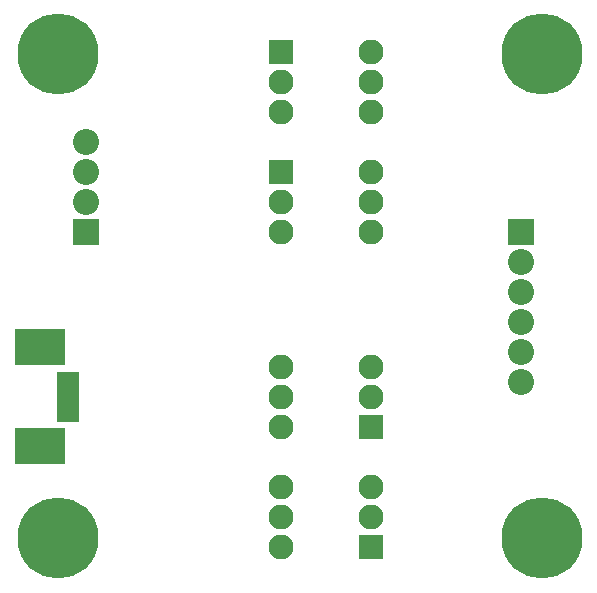
<source format=gbr>
G04 #@! TF.FileFunction,Soldermask,Bot*
%FSLAX46Y46*%
G04 Gerber Fmt 4.6, Leading zero omitted, Abs format (unit mm)*
G04 Created by KiCad (PCBNEW (after 2015-mar-04 BZR unknown)-product) date 3/8/2017 11:20:46 AM*
%MOMM*%
G01*
G04 APERTURE LIST*
%ADD10C,0.150000*%
%ADD11C,6.858000*%
%ADD12R,4.307840X3.007360*%
%ADD13R,1.907540X1.008380*%
%ADD14R,2.208000X2.208000*%
%ADD15O,2.208000X2.208000*%
%ADD16R,2.108000X2.108000*%
%ADD17O,2.108000X2.108000*%
G04 APERTURE END LIST*
D10*
D11*
X4000000Y-4000000D03*
X45000000Y-4000000D03*
X4000000Y-45000000D03*
X45000000Y-45000000D03*
D12*
X2430780Y-28818840D03*
X2430780Y-37221160D03*
D13*
X4831080Y-31419800D03*
X4831080Y-32219900D03*
X4831080Y-34620200D03*
X4831080Y-33820100D03*
X4831080Y-33020000D03*
D14*
X43180000Y-19050000D03*
D15*
X43180000Y-21590000D03*
X43180000Y-24130000D03*
X43180000Y-26670000D03*
X43180000Y-29210000D03*
X43180000Y-31750000D03*
D14*
X6350000Y-19050000D03*
D15*
X6350000Y-16510000D03*
X6350000Y-13970000D03*
X6350000Y-11430000D03*
D16*
X30480000Y-35560000D03*
D17*
X22860000Y-30480000D03*
X30480000Y-33020000D03*
X22860000Y-33020000D03*
X30480000Y-30480000D03*
X22860000Y-35560000D03*
D16*
X22860000Y-3810000D03*
D17*
X30480000Y-8890000D03*
X22860000Y-6350000D03*
X30480000Y-6350000D03*
X22860000Y-8890000D03*
X30480000Y-3810000D03*
D16*
X30480000Y-45720000D03*
D17*
X22860000Y-40640000D03*
X30480000Y-43180000D03*
X22860000Y-43180000D03*
X30480000Y-40640000D03*
X22860000Y-45720000D03*
D16*
X22860000Y-13970000D03*
D17*
X30480000Y-19050000D03*
X22860000Y-16510000D03*
X30480000Y-16510000D03*
X22860000Y-19050000D03*
X30480000Y-13970000D03*
M02*

</source>
